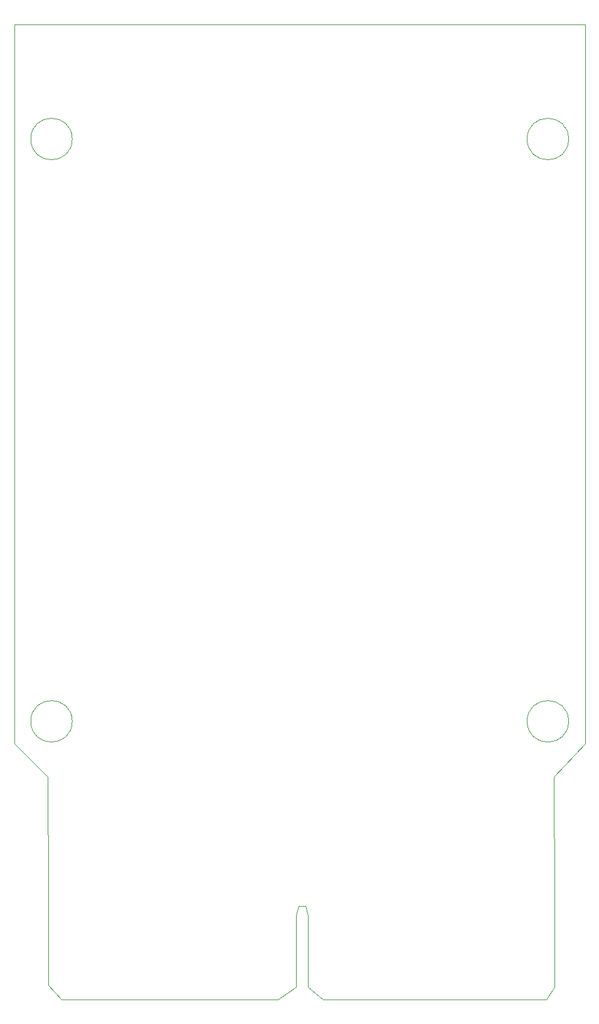
<source format=gbr>
%TF.GenerationSoftware,KiCad,Pcbnew,8.0.4*%
%TF.CreationDate,2024-08-11T18:13:53+02:00*%
%TF.ProjectId,PiChannelF,50694368-616e-46e6-956c-462e6b696361,1*%
%TF.SameCoordinates,Original*%
%TF.FileFunction,Profile,NP*%
%FSLAX46Y46*%
G04 Gerber Fmt 4.6, Leading zero omitted, Abs format (unit mm)*
G04 Created by KiCad (PCBNEW 8.0.4) date 2024-08-11 18:13:53*
%MOMM*%
%LPD*%
G01*
G04 APERTURE LIST*
%TA.AperFunction,Profile*%
%ADD10C,0.050000*%
%TD*%
G04 APERTURE END LIST*
D10*
X60000000Y-25000000D02*
X60000000Y-122000000D01*
X132914000Y-142802000D02*
X132775000Y-126500000D01*
X67800000Y-40425000D02*
G75*
G02*
X62200000Y-40425000I-2800000J0D01*
G01*
X62200000Y-40425000D02*
G75*
G02*
X67800000Y-40425000I2800000J0D01*
G01*
X134800000Y-119000000D02*
G75*
G02*
X129200000Y-119000000I-2800000J0D01*
G01*
X129200000Y-119000000D02*
G75*
G02*
X134800000Y-119000000I2800000J0D01*
G01*
X60000000Y-122000000D02*
X64515000Y-126500000D01*
X137000000Y-122000000D02*
X137000000Y-25000000D01*
X134800000Y-40425000D02*
G75*
G02*
X129200000Y-40425000I-2800000J0D01*
G01*
X129200000Y-40425000D02*
G75*
G02*
X134800000Y-40425000I2800000J0D01*
G01*
X132775000Y-126500000D02*
X137000000Y-122000000D01*
X64515000Y-126500000D02*
X64544000Y-142025000D01*
X67800000Y-119000000D02*
G75*
G02*
X62200000Y-119000000I-2800000J0D01*
G01*
X62200000Y-119000000D02*
G75*
G02*
X67800000Y-119000000I2800000J0D01*
G01*
X137000000Y-25000000D02*
X60000000Y-25000000D01*
%TO.C,E1*%
X64588000Y-154613000D02*
X64544000Y-142025000D01*
X66366000Y-156525000D02*
X64588000Y-154613000D01*
X95576000Y-156525000D02*
X66366000Y-156525000D01*
X97989000Y-145215000D02*
X97989000Y-154867000D01*
X97989000Y-154867000D02*
X95576000Y-156525000D01*
X98370000Y-143945000D02*
X97989000Y-145215000D01*
X99259000Y-143945000D02*
X98370000Y-143945000D01*
X99640000Y-145215000D02*
X99264000Y-143945000D01*
X99640000Y-154867000D02*
X99640000Y-145215000D01*
X101672000Y-156518000D02*
X99640000Y-154867000D01*
X131771000Y-156525000D02*
X101672000Y-156525000D01*
X132914000Y-142802000D02*
X132914000Y-154867000D01*
X132914000Y-154867000D02*
X131771000Y-156525000D01*
%TD*%
M02*

</source>
